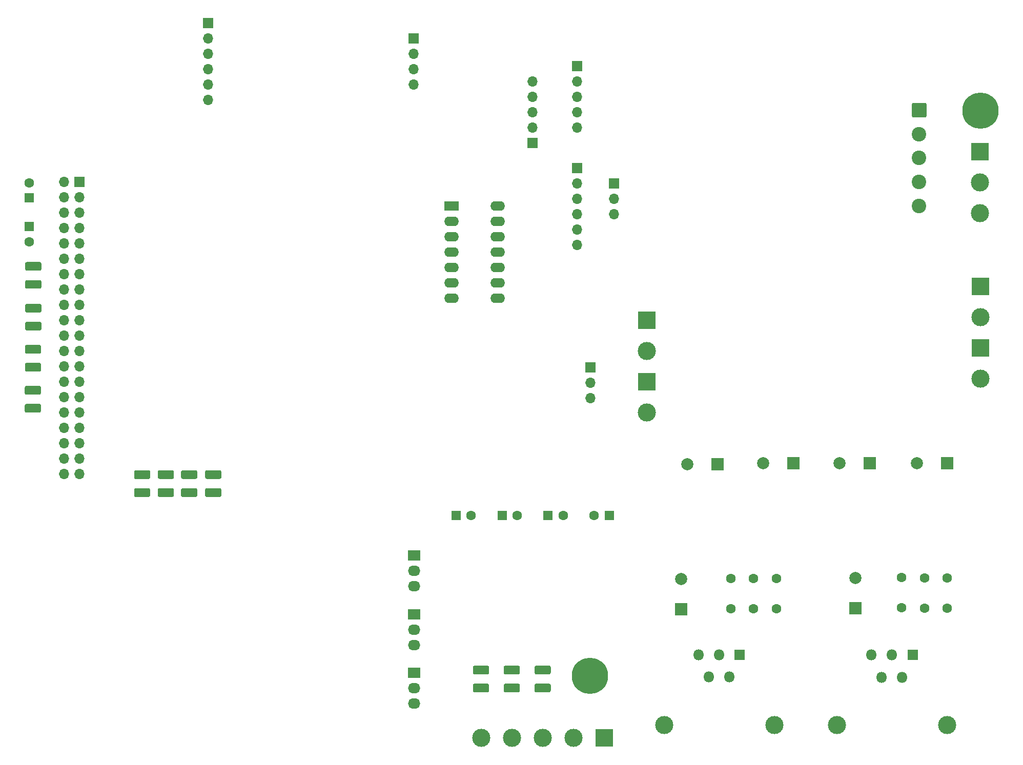
<source format=gbs>
G04 #@! TF.GenerationSoftware,KiCad,Pcbnew,5.1.5+dfsg1-2build2*
G04 #@! TF.CreationDate,2020-11-12T16:29:49+01:00*
G04 #@! TF.ProjectId,motherboard,6d6f7468-6572-4626-9f61-72642e6b6963,v0.3*
G04 #@! TF.SameCoordinates,Original*
G04 #@! TF.FileFunction,Soldermask,Bot*
G04 #@! TF.FilePolarity,Negative*
%FSLAX46Y46*%
G04 Gerber Fmt 4.6, Leading zero omitted, Abs format (unit mm)*
G04 Created by KiCad (PCBNEW 5.1.5+dfsg1-2build2) date 2020-11-12 16:29:49*
%MOMM*%
%LPD*%
G04 APERTURE LIST*
%ADD10O,2.400000X1.600000*%
%ADD11R,2.400000X1.600000*%
%ADD12C,0.150000*%
%ADD13C,2.400000*%
%ADD14O,1.700000X1.700000*%
%ADD15R,1.700000X1.700000*%
%ADD16C,3.000000*%
%ADD17R,3.000000X3.000000*%
%ADD18O,2.030000X1.730000*%
%ADD19R,2.030000X1.730000*%
%ADD20C,5.999480*%
%ADD21C,1.600000*%
%ADD22R,1.600000X1.600000*%
%ADD23O,1.800000X1.800000*%
%ADD24R,1.800000X1.800000*%
%ADD25C,2.000000*%
%ADD26R,2.000000X2.000000*%
G04 APERTURE END LIST*
D10*
X105895000Y-59850000D03*
X98275000Y-75090000D03*
X105895000Y-62390000D03*
X98275000Y-72550000D03*
X105895000Y-64930000D03*
X98275000Y-70010000D03*
X105895000Y-67470000D03*
X98275000Y-67470000D03*
X105895000Y-70010000D03*
X98275000Y-64930000D03*
X105895000Y-72550000D03*
X98275000Y-62390000D03*
X105895000Y-75090000D03*
D11*
X98275000Y-59850000D03*
D12*
G36*
X176474504Y-42801204D02*
G01*
X176498773Y-42804804D01*
X176522571Y-42810765D01*
X176545671Y-42819030D01*
X176567849Y-42829520D01*
X176588893Y-42842133D01*
X176608598Y-42856747D01*
X176626777Y-42873223D01*
X176643253Y-42891402D01*
X176657867Y-42911107D01*
X176670480Y-42932151D01*
X176680970Y-42954329D01*
X176689235Y-42977429D01*
X176695196Y-43001227D01*
X176698796Y-43025496D01*
X176700000Y-43050000D01*
X176700000Y-44950000D01*
X176698796Y-44974504D01*
X176695196Y-44998773D01*
X176689235Y-45022571D01*
X176680970Y-45045671D01*
X176670480Y-45067849D01*
X176657867Y-45088893D01*
X176643253Y-45108598D01*
X176626777Y-45126777D01*
X176608598Y-45143253D01*
X176588893Y-45157867D01*
X176567849Y-45170480D01*
X176545671Y-45180970D01*
X176522571Y-45189235D01*
X176498773Y-45195196D01*
X176474504Y-45198796D01*
X176450000Y-45200000D01*
X174550000Y-45200000D01*
X174525496Y-45198796D01*
X174501227Y-45195196D01*
X174477429Y-45189235D01*
X174454329Y-45180970D01*
X174432151Y-45170480D01*
X174411107Y-45157867D01*
X174391402Y-45143253D01*
X174373223Y-45126777D01*
X174356747Y-45108598D01*
X174342133Y-45088893D01*
X174329520Y-45067849D01*
X174319030Y-45045671D01*
X174310765Y-45022571D01*
X174304804Y-44998773D01*
X174301204Y-44974504D01*
X174300000Y-44950000D01*
X174300000Y-43050000D01*
X174301204Y-43025496D01*
X174304804Y-43001227D01*
X174310765Y-42977429D01*
X174319030Y-42954329D01*
X174329520Y-42932151D01*
X174342133Y-42911107D01*
X174356747Y-42891402D01*
X174373223Y-42873223D01*
X174391402Y-42856747D01*
X174411107Y-42842133D01*
X174432151Y-42829520D01*
X174454329Y-42819030D01*
X174477429Y-42810765D01*
X174501227Y-42804804D01*
X174525496Y-42801204D01*
X174550000Y-42800000D01*
X176450000Y-42800000D01*
X176474504Y-42801204D01*
G37*
D13*
X175500000Y-47960000D03*
X175500000Y-51920000D03*
X175500000Y-55880000D03*
X175500000Y-59840000D03*
D14*
X111650000Y-39290000D03*
X111650000Y-41830000D03*
X111650000Y-44370000D03*
X111650000Y-46910000D03*
D15*
X111650000Y-49450000D03*
D16*
X180108000Y-145598000D03*
X161908000Y-145598000D03*
X151554000Y-145574000D03*
X133354000Y-145574000D03*
D12*
G36*
X59974504Y-106476204D02*
G01*
X59998773Y-106479804D01*
X60022571Y-106485765D01*
X60045671Y-106494030D01*
X60067849Y-106504520D01*
X60088893Y-106517133D01*
X60108598Y-106531747D01*
X60126777Y-106548223D01*
X60143253Y-106566402D01*
X60157867Y-106586107D01*
X60170480Y-106607151D01*
X60180970Y-106629329D01*
X60189235Y-106652429D01*
X60195196Y-106676227D01*
X60198796Y-106700496D01*
X60200000Y-106725000D01*
X60200000Y-107650000D01*
X60198796Y-107674504D01*
X60195196Y-107698773D01*
X60189235Y-107722571D01*
X60180970Y-107745671D01*
X60170480Y-107767849D01*
X60157867Y-107788893D01*
X60143253Y-107808598D01*
X60126777Y-107826777D01*
X60108598Y-107843253D01*
X60088893Y-107857867D01*
X60067849Y-107870480D01*
X60045671Y-107880970D01*
X60022571Y-107889235D01*
X59998773Y-107895196D01*
X59974504Y-107898796D01*
X59950000Y-107900000D01*
X57800000Y-107900000D01*
X57775496Y-107898796D01*
X57751227Y-107895196D01*
X57727429Y-107889235D01*
X57704329Y-107880970D01*
X57682151Y-107870480D01*
X57661107Y-107857867D01*
X57641402Y-107843253D01*
X57623223Y-107826777D01*
X57606747Y-107808598D01*
X57592133Y-107788893D01*
X57579520Y-107767849D01*
X57569030Y-107745671D01*
X57560765Y-107722571D01*
X57554804Y-107698773D01*
X57551204Y-107674504D01*
X57550000Y-107650000D01*
X57550000Y-106725000D01*
X57551204Y-106700496D01*
X57554804Y-106676227D01*
X57560765Y-106652429D01*
X57569030Y-106629329D01*
X57579520Y-106607151D01*
X57592133Y-106586107D01*
X57606747Y-106566402D01*
X57623223Y-106548223D01*
X57641402Y-106531747D01*
X57661107Y-106517133D01*
X57682151Y-106504520D01*
X57704329Y-106494030D01*
X57727429Y-106485765D01*
X57751227Y-106479804D01*
X57775496Y-106476204D01*
X57800000Y-106475000D01*
X59950000Y-106475000D01*
X59974504Y-106476204D01*
G37*
G36*
X59974504Y-103501204D02*
G01*
X59998773Y-103504804D01*
X60022571Y-103510765D01*
X60045671Y-103519030D01*
X60067849Y-103529520D01*
X60088893Y-103542133D01*
X60108598Y-103556747D01*
X60126777Y-103573223D01*
X60143253Y-103591402D01*
X60157867Y-103611107D01*
X60170480Y-103632151D01*
X60180970Y-103654329D01*
X60189235Y-103677429D01*
X60195196Y-103701227D01*
X60198796Y-103725496D01*
X60200000Y-103750000D01*
X60200000Y-104675000D01*
X60198796Y-104699504D01*
X60195196Y-104723773D01*
X60189235Y-104747571D01*
X60180970Y-104770671D01*
X60170480Y-104792849D01*
X60157867Y-104813893D01*
X60143253Y-104833598D01*
X60126777Y-104851777D01*
X60108598Y-104868253D01*
X60088893Y-104882867D01*
X60067849Y-104895480D01*
X60045671Y-104905970D01*
X60022571Y-104914235D01*
X59998773Y-104920196D01*
X59974504Y-104923796D01*
X59950000Y-104925000D01*
X57800000Y-104925000D01*
X57775496Y-104923796D01*
X57751227Y-104920196D01*
X57727429Y-104914235D01*
X57704329Y-104905970D01*
X57682151Y-104895480D01*
X57661107Y-104882867D01*
X57641402Y-104868253D01*
X57623223Y-104851777D01*
X57606747Y-104833598D01*
X57592133Y-104813893D01*
X57579520Y-104792849D01*
X57569030Y-104770671D01*
X57560765Y-104747571D01*
X57554804Y-104723773D01*
X57551204Y-104699504D01*
X57550000Y-104675000D01*
X57550000Y-103750000D01*
X57551204Y-103725496D01*
X57554804Y-103701227D01*
X57560765Y-103677429D01*
X57569030Y-103654329D01*
X57579520Y-103632151D01*
X57592133Y-103611107D01*
X57606747Y-103591402D01*
X57623223Y-103573223D01*
X57641402Y-103556747D01*
X57661107Y-103542133D01*
X57682151Y-103529520D01*
X57704329Y-103519030D01*
X57727429Y-103510765D01*
X57751227Y-103504804D01*
X57775496Y-103501204D01*
X57800000Y-103500000D01*
X59950000Y-103500000D01*
X59974504Y-103501204D01*
G37*
G36*
X48224504Y-106488704D02*
G01*
X48248773Y-106492304D01*
X48272571Y-106498265D01*
X48295671Y-106506530D01*
X48317849Y-106517020D01*
X48338893Y-106529633D01*
X48358598Y-106544247D01*
X48376777Y-106560723D01*
X48393253Y-106578902D01*
X48407867Y-106598607D01*
X48420480Y-106619651D01*
X48430970Y-106641829D01*
X48439235Y-106664929D01*
X48445196Y-106688727D01*
X48448796Y-106712996D01*
X48450000Y-106737500D01*
X48450000Y-107662500D01*
X48448796Y-107687004D01*
X48445196Y-107711273D01*
X48439235Y-107735071D01*
X48430970Y-107758171D01*
X48420480Y-107780349D01*
X48407867Y-107801393D01*
X48393253Y-107821098D01*
X48376777Y-107839277D01*
X48358598Y-107855753D01*
X48338893Y-107870367D01*
X48317849Y-107882980D01*
X48295671Y-107893470D01*
X48272571Y-107901735D01*
X48248773Y-107907696D01*
X48224504Y-107911296D01*
X48200000Y-107912500D01*
X46050000Y-107912500D01*
X46025496Y-107911296D01*
X46001227Y-107907696D01*
X45977429Y-107901735D01*
X45954329Y-107893470D01*
X45932151Y-107882980D01*
X45911107Y-107870367D01*
X45891402Y-107855753D01*
X45873223Y-107839277D01*
X45856747Y-107821098D01*
X45842133Y-107801393D01*
X45829520Y-107780349D01*
X45819030Y-107758171D01*
X45810765Y-107735071D01*
X45804804Y-107711273D01*
X45801204Y-107687004D01*
X45800000Y-107662500D01*
X45800000Y-106737500D01*
X45801204Y-106712996D01*
X45804804Y-106688727D01*
X45810765Y-106664929D01*
X45819030Y-106641829D01*
X45829520Y-106619651D01*
X45842133Y-106598607D01*
X45856747Y-106578902D01*
X45873223Y-106560723D01*
X45891402Y-106544247D01*
X45911107Y-106529633D01*
X45932151Y-106517020D01*
X45954329Y-106506530D01*
X45977429Y-106498265D01*
X46001227Y-106492304D01*
X46025496Y-106488704D01*
X46050000Y-106487500D01*
X48200000Y-106487500D01*
X48224504Y-106488704D01*
G37*
G36*
X48224504Y-103513704D02*
G01*
X48248773Y-103517304D01*
X48272571Y-103523265D01*
X48295671Y-103531530D01*
X48317849Y-103542020D01*
X48338893Y-103554633D01*
X48358598Y-103569247D01*
X48376777Y-103585723D01*
X48393253Y-103603902D01*
X48407867Y-103623607D01*
X48420480Y-103644651D01*
X48430970Y-103666829D01*
X48439235Y-103689929D01*
X48445196Y-103713727D01*
X48448796Y-103737996D01*
X48450000Y-103762500D01*
X48450000Y-104687500D01*
X48448796Y-104712004D01*
X48445196Y-104736273D01*
X48439235Y-104760071D01*
X48430970Y-104783171D01*
X48420480Y-104805349D01*
X48407867Y-104826393D01*
X48393253Y-104846098D01*
X48376777Y-104864277D01*
X48358598Y-104880753D01*
X48338893Y-104895367D01*
X48317849Y-104907980D01*
X48295671Y-104918470D01*
X48272571Y-104926735D01*
X48248773Y-104932696D01*
X48224504Y-104936296D01*
X48200000Y-104937500D01*
X46050000Y-104937500D01*
X46025496Y-104936296D01*
X46001227Y-104932696D01*
X45977429Y-104926735D01*
X45954329Y-104918470D01*
X45932151Y-104907980D01*
X45911107Y-104895367D01*
X45891402Y-104880753D01*
X45873223Y-104864277D01*
X45856747Y-104846098D01*
X45842133Y-104826393D01*
X45829520Y-104805349D01*
X45819030Y-104783171D01*
X45810765Y-104760071D01*
X45804804Y-104736273D01*
X45801204Y-104712004D01*
X45800000Y-104687500D01*
X45800000Y-103762500D01*
X45801204Y-103737996D01*
X45804804Y-103713727D01*
X45810765Y-103689929D01*
X45819030Y-103666829D01*
X45829520Y-103644651D01*
X45842133Y-103623607D01*
X45856747Y-103603902D01*
X45873223Y-103585723D01*
X45891402Y-103569247D01*
X45911107Y-103554633D01*
X45932151Y-103542020D01*
X45954329Y-103531530D01*
X45977429Y-103523265D01*
X46001227Y-103517304D01*
X46025496Y-103513704D01*
X46050000Y-103512500D01*
X48200000Y-103512500D01*
X48224504Y-103513704D01*
G37*
G36*
X55999504Y-106476204D02*
G01*
X56023773Y-106479804D01*
X56047571Y-106485765D01*
X56070671Y-106494030D01*
X56092849Y-106504520D01*
X56113893Y-106517133D01*
X56133598Y-106531747D01*
X56151777Y-106548223D01*
X56168253Y-106566402D01*
X56182867Y-106586107D01*
X56195480Y-106607151D01*
X56205970Y-106629329D01*
X56214235Y-106652429D01*
X56220196Y-106676227D01*
X56223796Y-106700496D01*
X56225000Y-106725000D01*
X56225000Y-107650000D01*
X56223796Y-107674504D01*
X56220196Y-107698773D01*
X56214235Y-107722571D01*
X56205970Y-107745671D01*
X56195480Y-107767849D01*
X56182867Y-107788893D01*
X56168253Y-107808598D01*
X56151777Y-107826777D01*
X56133598Y-107843253D01*
X56113893Y-107857867D01*
X56092849Y-107870480D01*
X56070671Y-107880970D01*
X56047571Y-107889235D01*
X56023773Y-107895196D01*
X55999504Y-107898796D01*
X55975000Y-107900000D01*
X53825000Y-107900000D01*
X53800496Y-107898796D01*
X53776227Y-107895196D01*
X53752429Y-107889235D01*
X53729329Y-107880970D01*
X53707151Y-107870480D01*
X53686107Y-107857867D01*
X53666402Y-107843253D01*
X53648223Y-107826777D01*
X53631747Y-107808598D01*
X53617133Y-107788893D01*
X53604520Y-107767849D01*
X53594030Y-107745671D01*
X53585765Y-107722571D01*
X53579804Y-107698773D01*
X53576204Y-107674504D01*
X53575000Y-107650000D01*
X53575000Y-106725000D01*
X53576204Y-106700496D01*
X53579804Y-106676227D01*
X53585765Y-106652429D01*
X53594030Y-106629329D01*
X53604520Y-106607151D01*
X53617133Y-106586107D01*
X53631747Y-106566402D01*
X53648223Y-106548223D01*
X53666402Y-106531747D01*
X53686107Y-106517133D01*
X53707151Y-106504520D01*
X53729329Y-106494030D01*
X53752429Y-106485765D01*
X53776227Y-106479804D01*
X53800496Y-106476204D01*
X53825000Y-106475000D01*
X55975000Y-106475000D01*
X55999504Y-106476204D01*
G37*
G36*
X55999504Y-103501204D02*
G01*
X56023773Y-103504804D01*
X56047571Y-103510765D01*
X56070671Y-103519030D01*
X56092849Y-103529520D01*
X56113893Y-103542133D01*
X56133598Y-103556747D01*
X56151777Y-103573223D01*
X56168253Y-103591402D01*
X56182867Y-103611107D01*
X56195480Y-103632151D01*
X56205970Y-103654329D01*
X56214235Y-103677429D01*
X56220196Y-103701227D01*
X56223796Y-103725496D01*
X56225000Y-103750000D01*
X56225000Y-104675000D01*
X56223796Y-104699504D01*
X56220196Y-104723773D01*
X56214235Y-104747571D01*
X56205970Y-104770671D01*
X56195480Y-104792849D01*
X56182867Y-104813893D01*
X56168253Y-104833598D01*
X56151777Y-104851777D01*
X56133598Y-104868253D01*
X56113893Y-104882867D01*
X56092849Y-104895480D01*
X56070671Y-104905970D01*
X56047571Y-104914235D01*
X56023773Y-104920196D01*
X55999504Y-104923796D01*
X55975000Y-104925000D01*
X53825000Y-104925000D01*
X53800496Y-104923796D01*
X53776227Y-104920196D01*
X53752429Y-104914235D01*
X53729329Y-104905970D01*
X53707151Y-104895480D01*
X53686107Y-104882867D01*
X53666402Y-104868253D01*
X53648223Y-104851777D01*
X53631747Y-104833598D01*
X53617133Y-104813893D01*
X53604520Y-104792849D01*
X53594030Y-104770671D01*
X53585765Y-104747571D01*
X53579804Y-104723773D01*
X53576204Y-104699504D01*
X53575000Y-104675000D01*
X53575000Y-103750000D01*
X53576204Y-103725496D01*
X53579804Y-103701227D01*
X53585765Y-103677429D01*
X53594030Y-103654329D01*
X53604520Y-103632151D01*
X53617133Y-103611107D01*
X53631747Y-103591402D01*
X53648223Y-103573223D01*
X53666402Y-103556747D01*
X53686107Y-103542133D01*
X53707151Y-103529520D01*
X53729329Y-103519030D01*
X53752429Y-103510765D01*
X53776227Y-103504804D01*
X53800496Y-103501204D01*
X53825000Y-103500000D01*
X55975000Y-103500000D01*
X55999504Y-103501204D01*
G37*
G36*
X52149504Y-106476204D02*
G01*
X52173773Y-106479804D01*
X52197571Y-106485765D01*
X52220671Y-106494030D01*
X52242849Y-106504520D01*
X52263893Y-106517133D01*
X52283598Y-106531747D01*
X52301777Y-106548223D01*
X52318253Y-106566402D01*
X52332867Y-106586107D01*
X52345480Y-106607151D01*
X52355970Y-106629329D01*
X52364235Y-106652429D01*
X52370196Y-106676227D01*
X52373796Y-106700496D01*
X52375000Y-106725000D01*
X52375000Y-107650000D01*
X52373796Y-107674504D01*
X52370196Y-107698773D01*
X52364235Y-107722571D01*
X52355970Y-107745671D01*
X52345480Y-107767849D01*
X52332867Y-107788893D01*
X52318253Y-107808598D01*
X52301777Y-107826777D01*
X52283598Y-107843253D01*
X52263893Y-107857867D01*
X52242849Y-107870480D01*
X52220671Y-107880970D01*
X52197571Y-107889235D01*
X52173773Y-107895196D01*
X52149504Y-107898796D01*
X52125000Y-107900000D01*
X49975000Y-107900000D01*
X49950496Y-107898796D01*
X49926227Y-107895196D01*
X49902429Y-107889235D01*
X49879329Y-107880970D01*
X49857151Y-107870480D01*
X49836107Y-107857867D01*
X49816402Y-107843253D01*
X49798223Y-107826777D01*
X49781747Y-107808598D01*
X49767133Y-107788893D01*
X49754520Y-107767849D01*
X49744030Y-107745671D01*
X49735765Y-107722571D01*
X49729804Y-107698773D01*
X49726204Y-107674504D01*
X49725000Y-107650000D01*
X49725000Y-106725000D01*
X49726204Y-106700496D01*
X49729804Y-106676227D01*
X49735765Y-106652429D01*
X49744030Y-106629329D01*
X49754520Y-106607151D01*
X49767133Y-106586107D01*
X49781747Y-106566402D01*
X49798223Y-106548223D01*
X49816402Y-106531747D01*
X49836107Y-106517133D01*
X49857151Y-106504520D01*
X49879329Y-106494030D01*
X49902429Y-106485765D01*
X49926227Y-106479804D01*
X49950496Y-106476204D01*
X49975000Y-106475000D01*
X52125000Y-106475000D01*
X52149504Y-106476204D01*
G37*
G36*
X52149504Y-103501204D02*
G01*
X52173773Y-103504804D01*
X52197571Y-103510765D01*
X52220671Y-103519030D01*
X52242849Y-103529520D01*
X52263893Y-103542133D01*
X52283598Y-103556747D01*
X52301777Y-103573223D01*
X52318253Y-103591402D01*
X52332867Y-103611107D01*
X52345480Y-103632151D01*
X52355970Y-103654329D01*
X52364235Y-103677429D01*
X52370196Y-103701227D01*
X52373796Y-103725496D01*
X52375000Y-103750000D01*
X52375000Y-104675000D01*
X52373796Y-104699504D01*
X52370196Y-104723773D01*
X52364235Y-104747571D01*
X52355970Y-104770671D01*
X52345480Y-104792849D01*
X52332867Y-104813893D01*
X52318253Y-104833598D01*
X52301777Y-104851777D01*
X52283598Y-104868253D01*
X52263893Y-104882867D01*
X52242849Y-104895480D01*
X52220671Y-104905970D01*
X52197571Y-104914235D01*
X52173773Y-104920196D01*
X52149504Y-104923796D01*
X52125000Y-104925000D01*
X49975000Y-104925000D01*
X49950496Y-104923796D01*
X49926227Y-104920196D01*
X49902429Y-104914235D01*
X49879329Y-104905970D01*
X49857151Y-104895480D01*
X49836107Y-104882867D01*
X49816402Y-104868253D01*
X49798223Y-104851777D01*
X49781747Y-104833598D01*
X49767133Y-104813893D01*
X49754520Y-104792849D01*
X49744030Y-104770671D01*
X49735765Y-104747571D01*
X49729804Y-104723773D01*
X49726204Y-104699504D01*
X49725000Y-104675000D01*
X49725000Y-103750000D01*
X49726204Y-103725496D01*
X49729804Y-103701227D01*
X49735765Y-103677429D01*
X49744030Y-103654329D01*
X49754520Y-103632151D01*
X49767133Y-103611107D01*
X49781747Y-103591402D01*
X49798223Y-103573223D01*
X49816402Y-103556747D01*
X49836107Y-103542133D01*
X49857151Y-103529520D01*
X49879329Y-103519030D01*
X49902429Y-103510765D01*
X49926227Y-103504804D01*
X49950496Y-103501204D01*
X49975000Y-103500000D01*
X52125000Y-103500000D01*
X52149504Y-103501204D01*
G37*
D16*
X185600000Y-88350000D03*
D17*
X185600000Y-83270000D03*
D18*
X92100000Y-122680000D03*
X92100000Y-120140000D03*
D19*
X92100000Y-117600000D03*
D20*
X121100000Y-137500000D03*
X185625000Y-44050000D03*
D14*
X125075000Y-61155000D03*
X125075000Y-58615000D03*
D15*
X125075000Y-56075000D03*
D12*
G36*
X30199504Y-85776204D02*
G01*
X30223773Y-85779804D01*
X30247571Y-85785765D01*
X30270671Y-85794030D01*
X30292849Y-85804520D01*
X30313893Y-85817133D01*
X30333598Y-85831747D01*
X30351777Y-85848223D01*
X30368253Y-85866402D01*
X30382867Y-85886107D01*
X30395480Y-85907151D01*
X30405970Y-85929329D01*
X30414235Y-85952429D01*
X30420196Y-85976227D01*
X30423796Y-86000496D01*
X30425000Y-86025000D01*
X30425000Y-86950000D01*
X30423796Y-86974504D01*
X30420196Y-86998773D01*
X30414235Y-87022571D01*
X30405970Y-87045671D01*
X30395480Y-87067849D01*
X30382867Y-87088893D01*
X30368253Y-87108598D01*
X30351777Y-87126777D01*
X30333598Y-87143253D01*
X30313893Y-87157867D01*
X30292849Y-87170480D01*
X30270671Y-87180970D01*
X30247571Y-87189235D01*
X30223773Y-87195196D01*
X30199504Y-87198796D01*
X30175000Y-87200000D01*
X28025000Y-87200000D01*
X28000496Y-87198796D01*
X27976227Y-87195196D01*
X27952429Y-87189235D01*
X27929329Y-87180970D01*
X27907151Y-87170480D01*
X27886107Y-87157867D01*
X27866402Y-87143253D01*
X27848223Y-87126777D01*
X27831747Y-87108598D01*
X27817133Y-87088893D01*
X27804520Y-87067849D01*
X27794030Y-87045671D01*
X27785765Y-87022571D01*
X27779804Y-86998773D01*
X27776204Y-86974504D01*
X27775000Y-86950000D01*
X27775000Y-86025000D01*
X27776204Y-86000496D01*
X27779804Y-85976227D01*
X27785765Y-85952429D01*
X27794030Y-85929329D01*
X27804520Y-85907151D01*
X27817133Y-85886107D01*
X27831747Y-85866402D01*
X27848223Y-85848223D01*
X27866402Y-85831747D01*
X27886107Y-85817133D01*
X27907151Y-85804520D01*
X27929329Y-85794030D01*
X27952429Y-85785765D01*
X27976227Y-85779804D01*
X28000496Y-85776204D01*
X28025000Y-85775000D01*
X30175000Y-85775000D01*
X30199504Y-85776204D01*
G37*
G36*
X30199504Y-82801204D02*
G01*
X30223773Y-82804804D01*
X30247571Y-82810765D01*
X30270671Y-82819030D01*
X30292849Y-82829520D01*
X30313893Y-82842133D01*
X30333598Y-82856747D01*
X30351777Y-82873223D01*
X30368253Y-82891402D01*
X30382867Y-82911107D01*
X30395480Y-82932151D01*
X30405970Y-82954329D01*
X30414235Y-82977429D01*
X30420196Y-83001227D01*
X30423796Y-83025496D01*
X30425000Y-83050000D01*
X30425000Y-83975000D01*
X30423796Y-83999504D01*
X30420196Y-84023773D01*
X30414235Y-84047571D01*
X30405970Y-84070671D01*
X30395480Y-84092849D01*
X30382867Y-84113893D01*
X30368253Y-84133598D01*
X30351777Y-84151777D01*
X30333598Y-84168253D01*
X30313893Y-84182867D01*
X30292849Y-84195480D01*
X30270671Y-84205970D01*
X30247571Y-84214235D01*
X30223773Y-84220196D01*
X30199504Y-84223796D01*
X30175000Y-84225000D01*
X28025000Y-84225000D01*
X28000496Y-84223796D01*
X27976227Y-84220196D01*
X27952429Y-84214235D01*
X27929329Y-84205970D01*
X27907151Y-84195480D01*
X27886107Y-84182867D01*
X27866402Y-84168253D01*
X27848223Y-84151777D01*
X27831747Y-84133598D01*
X27817133Y-84113893D01*
X27804520Y-84092849D01*
X27794030Y-84070671D01*
X27785765Y-84047571D01*
X27779804Y-84023773D01*
X27776204Y-83999504D01*
X27775000Y-83975000D01*
X27775000Y-83050000D01*
X27776204Y-83025496D01*
X27779804Y-83001227D01*
X27785765Y-82977429D01*
X27794030Y-82954329D01*
X27804520Y-82932151D01*
X27817133Y-82911107D01*
X27831747Y-82891402D01*
X27848223Y-82873223D01*
X27866402Y-82856747D01*
X27886107Y-82842133D01*
X27907151Y-82829520D01*
X27929329Y-82819030D01*
X27952429Y-82810765D01*
X27976227Y-82804804D01*
X28000496Y-82801204D01*
X28025000Y-82800000D01*
X30175000Y-82800000D01*
X30199504Y-82801204D01*
G37*
G36*
X30249504Y-78976204D02*
G01*
X30273773Y-78979804D01*
X30297571Y-78985765D01*
X30320671Y-78994030D01*
X30342849Y-79004520D01*
X30363893Y-79017133D01*
X30383598Y-79031747D01*
X30401777Y-79048223D01*
X30418253Y-79066402D01*
X30432867Y-79086107D01*
X30445480Y-79107151D01*
X30455970Y-79129329D01*
X30464235Y-79152429D01*
X30470196Y-79176227D01*
X30473796Y-79200496D01*
X30475000Y-79225000D01*
X30475000Y-80150000D01*
X30473796Y-80174504D01*
X30470196Y-80198773D01*
X30464235Y-80222571D01*
X30455970Y-80245671D01*
X30445480Y-80267849D01*
X30432867Y-80288893D01*
X30418253Y-80308598D01*
X30401777Y-80326777D01*
X30383598Y-80343253D01*
X30363893Y-80357867D01*
X30342849Y-80370480D01*
X30320671Y-80380970D01*
X30297571Y-80389235D01*
X30273773Y-80395196D01*
X30249504Y-80398796D01*
X30225000Y-80400000D01*
X28075000Y-80400000D01*
X28050496Y-80398796D01*
X28026227Y-80395196D01*
X28002429Y-80389235D01*
X27979329Y-80380970D01*
X27957151Y-80370480D01*
X27936107Y-80357867D01*
X27916402Y-80343253D01*
X27898223Y-80326777D01*
X27881747Y-80308598D01*
X27867133Y-80288893D01*
X27854520Y-80267849D01*
X27844030Y-80245671D01*
X27835765Y-80222571D01*
X27829804Y-80198773D01*
X27826204Y-80174504D01*
X27825000Y-80150000D01*
X27825000Y-79225000D01*
X27826204Y-79200496D01*
X27829804Y-79176227D01*
X27835765Y-79152429D01*
X27844030Y-79129329D01*
X27854520Y-79107151D01*
X27867133Y-79086107D01*
X27881747Y-79066402D01*
X27898223Y-79048223D01*
X27916402Y-79031747D01*
X27936107Y-79017133D01*
X27957151Y-79004520D01*
X27979329Y-78994030D01*
X28002429Y-78985765D01*
X28026227Y-78979804D01*
X28050496Y-78976204D01*
X28075000Y-78975000D01*
X30225000Y-78975000D01*
X30249504Y-78976204D01*
G37*
G36*
X30249504Y-76001204D02*
G01*
X30273773Y-76004804D01*
X30297571Y-76010765D01*
X30320671Y-76019030D01*
X30342849Y-76029520D01*
X30363893Y-76042133D01*
X30383598Y-76056747D01*
X30401777Y-76073223D01*
X30418253Y-76091402D01*
X30432867Y-76111107D01*
X30445480Y-76132151D01*
X30455970Y-76154329D01*
X30464235Y-76177429D01*
X30470196Y-76201227D01*
X30473796Y-76225496D01*
X30475000Y-76250000D01*
X30475000Y-77175000D01*
X30473796Y-77199504D01*
X30470196Y-77223773D01*
X30464235Y-77247571D01*
X30455970Y-77270671D01*
X30445480Y-77292849D01*
X30432867Y-77313893D01*
X30418253Y-77333598D01*
X30401777Y-77351777D01*
X30383598Y-77368253D01*
X30363893Y-77382867D01*
X30342849Y-77395480D01*
X30320671Y-77405970D01*
X30297571Y-77414235D01*
X30273773Y-77420196D01*
X30249504Y-77423796D01*
X30225000Y-77425000D01*
X28075000Y-77425000D01*
X28050496Y-77423796D01*
X28026227Y-77420196D01*
X28002429Y-77414235D01*
X27979329Y-77405970D01*
X27957151Y-77395480D01*
X27936107Y-77382867D01*
X27916402Y-77368253D01*
X27898223Y-77351777D01*
X27881747Y-77333598D01*
X27867133Y-77313893D01*
X27854520Y-77292849D01*
X27844030Y-77270671D01*
X27835765Y-77247571D01*
X27829804Y-77223773D01*
X27826204Y-77199504D01*
X27825000Y-77175000D01*
X27825000Y-76250000D01*
X27826204Y-76225496D01*
X27829804Y-76201227D01*
X27835765Y-76177429D01*
X27844030Y-76154329D01*
X27854520Y-76132151D01*
X27867133Y-76111107D01*
X27881747Y-76091402D01*
X27898223Y-76073223D01*
X27916402Y-76056747D01*
X27936107Y-76042133D01*
X27957151Y-76029520D01*
X27979329Y-76019030D01*
X28002429Y-76010765D01*
X28026227Y-76004804D01*
X28050496Y-76001204D01*
X28075000Y-76000000D01*
X30225000Y-76000000D01*
X30249504Y-76001204D01*
G37*
G36*
X30174504Y-92551204D02*
G01*
X30198773Y-92554804D01*
X30222571Y-92560765D01*
X30245671Y-92569030D01*
X30267849Y-92579520D01*
X30288893Y-92592133D01*
X30308598Y-92606747D01*
X30326777Y-92623223D01*
X30343253Y-92641402D01*
X30357867Y-92661107D01*
X30370480Y-92682151D01*
X30380970Y-92704329D01*
X30389235Y-92727429D01*
X30395196Y-92751227D01*
X30398796Y-92775496D01*
X30400000Y-92800000D01*
X30400000Y-93725000D01*
X30398796Y-93749504D01*
X30395196Y-93773773D01*
X30389235Y-93797571D01*
X30380970Y-93820671D01*
X30370480Y-93842849D01*
X30357867Y-93863893D01*
X30343253Y-93883598D01*
X30326777Y-93901777D01*
X30308598Y-93918253D01*
X30288893Y-93932867D01*
X30267849Y-93945480D01*
X30245671Y-93955970D01*
X30222571Y-93964235D01*
X30198773Y-93970196D01*
X30174504Y-93973796D01*
X30150000Y-93975000D01*
X28000000Y-93975000D01*
X27975496Y-93973796D01*
X27951227Y-93970196D01*
X27927429Y-93964235D01*
X27904329Y-93955970D01*
X27882151Y-93945480D01*
X27861107Y-93932867D01*
X27841402Y-93918253D01*
X27823223Y-93901777D01*
X27806747Y-93883598D01*
X27792133Y-93863893D01*
X27779520Y-93842849D01*
X27769030Y-93820671D01*
X27760765Y-93797571D01*
X27754804Y-93773773D01*
X27751204Y-93749504D01*
X27750000Y-93725000D01*
X27750000Y-92800000D01*
X27751204Y-92775496D01*
X27754804Y-92751227D01*
X27760765Y-92727429D01*
X27769030Y-92704329D01*
X27779520Y-92682151D01*
X27792133Y-92661107D01*
X27806747Y-92641402D01*
X27823223Y-92623223D01*
X27841402Y-92606747D01*
X27861107Y-92592133D01*
X27882151Y-92579520D01*
X27904329Y-92569030D01*
X27927429Y-92560765D01*
X27951227Y-92554804D01*
X27975496Y-92551204D01*
X28000000Y-92550000D01*
X30150000Y-92550000D01*
X30174504Y-92551204D01*
G37*
G36*
X30174504Y-89576204D02*
G01*
X30198773Y-89579804D01*
X30222571Y-89585765D01*
X30245671Y-89594030D01*
X30267849Y-89604520D01*
X30288893Y-89617133D01*
X30308598Y-89631747D01*
X30326777Y-89648223D01*
X30343253Y-89666402D01*
X30357867Y-89686107D01*
X30370480Y-89707151D01*
X30380970Y-89729329D01*
X30389235Y-89752429D01*
X30395196Y-89776227D01*
X30398796Y-89800496D01*
X30400000Y-89825000D01*
X30400000Y-90750000D01*
X30398796Y-90774504D01*
X30395196Y-90798773D01*
X30389235Y-90822571D01*
X30380970Y-90845671D01*
X30370480Y-90867849D01*
X30357867Y-90888893D01*
X30343253Y-90908598D01*
X30326777Y-90926777D01*
X30308598Y-90943253D01*
X30288893Y-90957867D01*
X30267849Y-90970480D01*
X30245671Y-90980970D01*
X30222571Y-90989235D01*
X30198773Y-90995196D01*
X30174504Y-90998796D01*
X30150000Y-91000000D01*
X28000000Y-91000000D01*
X27975496Y-90998796D01*
X27951227Y-90995196D01*
X27927429Y-90989235D01*
X27904329Y-90980970D01*
X27882151Y-90970480D01*
X27861107Y-90957867D01*
X27841402Y-90943253D01*
X27823223Y-90926777D01*
X27806747Y-90908598D01*
X27792133Y-90888893D01*
X27779520Y-90867849D01*
X27769030Y-90845671D01*
X27760765Y-90822571D01*
X27754804Y-90798773D01*
X27751204Y-90774504D01*
X27750000Y-90750000D01*
X27750000Y-89825000D01*
X27751204Y-89800496D01*
X27754804Y-89776227D01*
X27760765Y-89752429D01*
X27769030Y-89729329D01*
X27779520Y-89707151D01*
X27792133Y-89686107D01*
X27806747Y-89666402D01*
X27823223Y-89648223D01*
X27841402Y-89631747D01*
X27861107Y-89617133D01*
X27882151Y-89604520D01*
X27904329Y-89594030D01*
X27927429Y-89585765D01*
X27951227Y-89579804D01*
X27975496Y-89576204D01*
X28000000Y-89575000D01*
X30150000Y-89575000D01*
X30174504Y-89576204D01*
G37*
G36*
X30249504Y-72076204D02*
G01*
X30273773Y-72079804D01*
X30297571Y-72085765D01*
X30320671Y-72094030D01*
X30342849Y-72104520D01*
X30363893Y-72117133D01*
X30383598Y-72131747D01*
X30401777Y-72148223D01*
X30418253Y-72166402D01*
X30432867Y-72186107D01*
X30445480Y-72207151D01*
X30455970Y-72229329D01*
X30464235Y-72252429D01*
X30470196Y-72276227D01*
X30473796Y-72300496D01*
X30475000Y-72325000D01*
X30475000Y-73250000D01*
X30473796Y-73274504D01*
X30470196Y-73298773D01*
X30464235Y-73322571D01*
X30455970Y-73345671D01*
X30445480Y-73367849D01*
X30432867Y-73388893D01*
X30418253Y-73408598D01*
X30401777Y-73426777D01*
X30383598Y-73443253D01*
X30363893Y-73457867D01*
X30342849Y-73470480D01*
X30320671Y-73480970D01*
X30297571Y-73489235D01*
X30273773Y-73495196D01*
X30249504Y-73498796D01*
X30225000Y-73500000D01*
X28075000Y-73500000D01*
X28050496Y-73498796D01*
X28026227Y-73495196D01*
X28002429Y-73489235D01*
X27979329Y-73480970D01*
X27957151Y-73470480D01*
X27936107Y-73457867D01*
X27916402Y-73443253D01*
X27898223Y-73426777D01*
X27881747Y-73408598D01*
X27867133Y-73388893D01*
X27854520Y-73367849D01*
X27844030Y-73345671D01*
X27835765Y-73322571D01*
X27829804Y-73298773D01*
X27826204Y-73274504D01*
X27825000Y-73250000D01*
X27825000Y-72325000D01*
X27826204Y-72300496D01*
X27829804Y-72276227D01*
X27835765Y-72252429D01*
X27844030Y-72229329D01*
X27854520Y-72207151D01*
X27867133Y-72186107D01*
X27881747Y-72166402D01*
X27898223Y-72148223D01*
X27916402Y-72131747D01*
X27936107Y-72117133D01*
X27957151Y-72104520D01*
X27979329Y-72094030D01*
X28002429Y-72085765D01*
X28026227Y-72079804D01*
X28050496Y-72076204D01*
X28075000Y-72075000D01*
X30225000Y-72075000D01*
X30249504Y-72076204D01*
G37*
G36*
X30249504Y-69101204D02*
G01*
X30273773Y-69104804D01*
X30297571Y-69110765D01*
X30320671Y-69119030D01*
X30342849Y-69129520D01*
X30363893Y-69142133D01*
X30383598Y-69156747D01*
X30401777Y-69173223D01*
X30418253Y-69191402D01*
X30432867Y-69211107D01*
X30445480Y-69232151D01*
X30455970Y-69254329D01*
X30464235Y-69277429D01*
X30470196Y-69301227D01*
X30473796Y-69325496D01*
X30475000Y-69350000D01*
X30475000Y-70275000D01*
X30473796Y-70299504D01*
X30470196Y-70323773D01*
X30464235Y-70347571D01*
X30455970Y-70370671D01*
X30445480Y-70392849D01*
X30432867Y-70413893D01*
X30418253Y-70433598D01*
X30401777Y-70451777D01*
X30383598Y-70468253D01*
X30363893Y-70482867D01*
X30342849Y-70495480D01*
X30320671Y-70505970D01*
X30297571Y-70514235D01*
X30273773Y-70520196D01*
X30249504Y-70523796D01*
X30225000Y-70525000D01*
X28075000Y-70525000D01*
X28050496Y-70523796D01*
X28026227Y-70520196D01*
X28002429Y-70514235D01*
X27979329Y-70505970D01*
X27957151Y-70495480D01*
X27936107Y-70482867D01*
X27916402Y-70468253D01*
X27898223Y-70451777D01*
X27881747Y-70433598D01*
X27867133Y-70413893D01*
X27854520Y-70392849D01*
X27844030Y-70370671D01*
X27835765Y-70347571D01*
X27829804Y-70323773D01*
X27826204Y-70299504D01*
X27825000Y-70275000D01*
X27825000Y-69350000D01*
X27826204Y-69325496D01*
X27829804Y-69301227D01*
X27835765Y-69277429D01*
X27844030Y-69254329D01*
X27854520Y-69232151D01*
X27867133Y-69211107D01*
X27881747Y-69191402D01*
X27898223Y-69173223D01*
X27916402Y-69156747D01*
X27936107Y-69142133D01*
X27957151Y-69129520D01*
X27979329Y-69119030D01*
X28002429Y-69110765D01*
X28026227Y-69104804D01*
X28050496Y-69101204D01*
X28075000Y-69100000D01*
X30225000Y-69100000D01*
X30249504Y-69101204D01*
G37*
D16*
X185600000Y-78205000D03*
D17*
X185600000Y-73125000D03*
D14*
X58000000Y-42350000D03*
X58000000Y-39810000D03*
X58000000Y-37270000D03*
X58000000Y-34730000D03*
X58000000Y-32190000D03*
D15*
X58000000Y-29650000D03*
D21*
X28500000Y-56000000D03*
D22*
X28500000Y-58500000D03*
D21*
X28500000Y-65750000D03*
D22*
X28500000Y-63250000D03*
D12*
G36*
X114399504Y-138776204D02*
G01*
X114423773Y-138779804D01*
X114447571Y-138785765D01*
X114470671Y-138794030D01*
X114492849Y-138804520D01*
X114513893Y-138817133D01*
X114533598Y-138831747D01*
X114551777Y-138848223D01*
X114568253Y-138866402D01*
X114582867Y-138886107D01*
X114595480Y-138907151D01*
X114605970Y-138929329D01*
X114614235Y-138952429D01*
X114620196Y-138976227D01*
X114623796Y-139000496D01*
X114625000Y-139025000D01*
X114625000Y-139950000D01*
X114623796Y-139974504D01*
X114620196Y-139998773D01*
X114614235Y-140022571D01*
X114605970Y-140045671D01*
X114595480Y-140067849D01*
X114582867Y-140088893D01*
X114568253Y-140108598D01*
X114551777Y-140126777D01*
X114533598Y-140143253D01*
X114513893Y-140157867D01*
X114492849Y-140170480D01*
X114470671Y-140180970D01*
X114447571Y-140189235D01*
X114423773Y-140195196D01*
X114399504Y-140198796D01*
X114375000Y-140200000D01*
X112225000Y-140200000D01*
X112200496Y-140198796D01*
X112176227Y-140195196D01*
X112152429Y-140189235D01*
X112129329Y-140180970D01*
X112107151Y-140170480D01*
X112086107Y-140157867D01*
X112066402Y-140143253D01*
X112048223Y-140126777D01*
X112031747Y-140108598D01*
X112017133Y-140088893D01*
X112004520Y-140067849D01*
X111994030Y-140045671D01*
X111985765Y-140022571D01*
X111979804Y-139998773D01*
X111976204Y-139974504D01*
X111975000Y-139950000D01*
X111975000Y-139025000D01*
X111976204Y-139000496D01*
X111979804Y-138976227D01*
X111985765Y-138952429D01*
X111994030Y-138929329D01*
X112004520Y-138907151D01*
X112017133Y-138886107D01*
X112031747Y-138866402D01*
X112048223Y-138848223D01*
X112066402Y-138831747D01*
X112086107Y-138817133D01*
X112107151Y-138804520D01*
X112129329Y-138794030D01*
X112152429Y-138785765D01*
X112176227Y-138779804D01*
X112200496Y-138776204D01*
X112225000Y-138775000D01*
X114375000Y-138775000D01*
X114399504Y-138776204D01*
G37*
G36*
X114399504Y-135801204D02*
G01*
X114423773Y-135804804D01*
X114447571Y-135810765D01*
X114470671Y-135819030D01*
X114492849Y-135829520D01*
X114513893Y-135842133D01*
X114533598Y-135856747D01*
X114551777Y-135873223D01*
X114568253Y-135891402D01*
X114582867Y-135911107D01*
X114595480Y-135932151D01*
X114605970Y-135954329D01*
X114614235Y-135977429D01*
X114620196Y-136001227D01*
X114623796Y-136025496D01*
X114625000Y-136050000D01*
X114625000Y-136975000D01*
X114623796Y-136999504D01*
X114620196Y-137023773D01*
X114614235Y-137047571D01*
X114605970Y-137070671D01*
X114595480Y-137092849D01*
X114582867Y-137113893D01*
X114568253Y-137133598D01*
X114551777Y-137151777D01*
X114533598Y-137168253D01*
X114513893Y-137182867D01*
X114492849Y-137195480D01*
X114470671Y-137205970D01*
X114447571Y-137214235D01*
X114423773Y-137220196D01*
X114399504Y-137223796D01*
X114375000Y-137225000D01*
X112225000Y-137225000D01*
X112200496Y-137223796D01*
X112176227Y-137220196D01*
X112152429Y-137214235D01*
X112129329Y-137205970D01*
X112107151Y-137195480D01*
X112086107Y-137182867D01*
X112066402Y-137168253D01*
X112048223Y-137151777D01*
X112031747Y-137133598D01*
X112017133Y-137113893D01*
X112004520Y-137092849D01*
X111994030Y-137070671D01*
X111985765Y-137047571D01*
X111979804Y-137023773D01*
X111976204Y-136999504D01*
X111975000Y-136975000D01*
X111975000Y-136050000D01*
X111976204Y-136025496D01*
X111979804Y-136001227D01*
X111985765Y-135977429D01*
X111994030Y-135954329D01*
X112004520Y-135932151D01*
X112017133Y-135911107D01*
X112031747Y-135891402D01*
X112048223Y-135873223D01*
X112066402Y-135856747D01*
X112086107Y-135842133D01*
X112107151Y-135829520D01*
X112129329Y-135819030D01*
X112152429Y-135810765D01*
X112176227Y-135804804D01*
X112200496Y-135801204D01*
X112225000Y-135800000D01*
X114375000Y-135800000D01*
X114399504Y-135801204D01*
G37*
G36*
X109299504Y-138776204D02*
G01*
X109323773Y-138779804D01*
X109347571Y-138785765D01*
X109370671Y-138794030D01*
X109392849Y-138804520D01*
X109413893Y-138817133D01*
X109433598Y-138831747D01*
X109451777Y-138848223D01*
X109468253Y-138866402D01*
X109482867Y-138886107D01*
X109495480Y-138907151D01*
X109505970Y-138929329D01*
X109514235Y-138952429D01*
X109520196Y-138976227D01*
X109523796Y-139000496D01*
X109525000Y-139025000D01*
X109525000Y-139950000D01*
X109523796Y-139974504D01*
X109520196Y-139998773D01*
X109514235Y-140022571D01*
X109505970Y-140045671D01*
X109495480Y-140067849D01*
X109482867Y-140088893D01*
X109468253Y-140108598D01*
X109451777Y-140126777D01*
X109433598Y-140143253D01*
X109413893Y-140157867D01*
X109392849Y-140170480D01*
X109370671Y-140180970D01*
X109347571Y-140189235D01*
X109323773Y-140195196D01*
X109299504Y-140198796D01*
X109275000Y-140200000D01*
X107125000Y-140200000D01*
X107100496Y-140198796D01*
X107076227Y-140195196D01*
X107052429Y-140189235D01*
X107029329Y-140180970D01*
X107007151Y-140170480D01*
X106986107Y-140157867D01*
X106966402Y-140143253D01*
X106948223Y-140126777D01*
X106931747Y-140108598D01*
X106917133Y-140088893D01*
X106904520Y-140067849D01*
X106894030Y-140045671D01*
X106885765Y-140022571D01*
X106879804Y-139998773D01*
X106876204Y-139974504D01*
X106875000Y-139950000D01*
X106875000Y-139025000D01*
X106876204Y-139000496D01*
X106879804Y-138976227D01*
X106885765Y-138952429D01*
X106894030Y-138929329D01*
X106904520Y-138907151D01*
X106917133Y-138886107D01*
X106931747Y-138866402D01*
X106948223Y-138848223D01*
X106966402Y-138831747D01*
X106986107Y-138817133D01*
X107007151Y-138804520D01*
X107029329Y-138794030D01*
X107052429Y-138785765D01*
X107076227Y-138779804D01*
X107100496Y-138776204D01*
X107125000Y-138775000D01*
X109275000Y-138775000D01*
X109299504Y-138776204D01*
G37*
G36*
X109299504Y-135801204D02*
G01*
X109323773Y-135804804D01*
X109347571Y-135810765D01*
X109370671Y-135819030D01*
X109392849Y-135829520D01*
X109413893Y-135842133D01*
X109433598Y-135856747D01*
X109451777Y-135873223D01*
X109468253Y-135891402D01*
X109482867Y-135911107D01*
X109495480Y-135932151D01*
X109505970Y-135954329D01*
X109514235Y-135977429D01*
X109520196Y-136001227D01*
X109523796Y-136025496D01*
X109525000Y-136050000D01*
X109525000Y-136975000D01*
X109523796Y-136999504D01*
X109520196Y-137023773D01*
X109514235Y-137047571D01*
X109505970Y-137070671D01*
X109495480Y-137092849D01*
X109482867Y-137113893D01*
X109468253Y-137133598D01*
X109451777Y-137151777D01*
X109433598Y-137168253D01*
X109413893Y-137182867D01*
X109392849Y-137195480D01*
X109370671Y-137205970D01*
X109347571Y-137214235D01*
X109323773Y-137220196D01*
X109299504Y-137223796D01*
X109275000Y-137225000D01*
X107125000Y-137225000D01*
X107100496Y-137223796D01*
X107076227Y-137220196D01*
X107052429Y-137214235D01*
X107029329Y-137205970D01*
X107007151Y-137195480D01*
X106986107Y-137182867D01*
X106966402Y-137168253D01*
X106948223Y-137151777D01*
X106931747Y-137133598D01*
X106917133Y-137113893D01*
X106904520Y-137092849D01*
X106894030Y-137070671D01*
X106885765Y-137047571D01*
X106879804Y-137023773D01*
X106876204Y-136999504D01*
X106875000Y-136975000D01*
X106875000Y-136050000D01*
X106876204Y-136025496D01*
X106879804Y-136001227D01*
X106885765Y-135977429D01*
X106894030Y-135954329D01*
X106904520Y-135932151D01*
X106917133Y-135911107D01*
X106931747Y-135891402D01*
X106948223Y-135873223D01*
X106966402Y-135856747D01*
X106986107Y-135842133D01*
X107007151Y-135829520D01*
X107029329Y-135819030D01*
X107052429Y-135810765D01*
X107076227Y-135804804D01*
X107100496Y-135801204D01*
X107125000Y-135800000D01*
X109275000Y-135800000D01*
X109299504Y-135801204D01*
G37*
G36*
X104199504Y-138776204D02*
G01*
X104223773Y-138779804D01*
X104247571Y-138785765D01*
X104270671Y-138794030D01*
X104292849Y-138804520D01*
X104313893Y-138817133D01*
X104333598Y-138831747D01*
X104351777Y-138848223D01*
X104368253Y-138866402D01*
X104382867Y-138886107D01*
X104395480Y-138907151D01*
X104405970Y-138929329D01*
X104414235Y-138952429D01*
X104420196Y-138976227D01*
X104423796Y-139000496D01*
X104425000Y-139025000D01*
X104425000Y-139950000D01*
X104423796Y-139974504D01*
X104420196Y-139998773D01*
X104414235Y-140022571D01*
X104405970Y-140045671D01*
X104395480Y-140067849D01*
X104382867Y-140088893D01*
X104368253Y-140108598D01*
X104351777Y-140126777D01*
X104333598Y-140143253D01*
X104313893Y-140157867D01*
X104292849Y-140170480D01*
X104270671Y-140180970D01*
X104247571Y-140189235D01*
X104223773Y-140195196D01*
X104199504Y-140198796D01*
X104175000Y-140200000D01*
X102025000Y-140200000D01*
X102000496Y-140198796D01*
X101976227Y-140195196D01*
X101952429Y-140189235D01*
X101929329Y-140180970D01*
X101907151Y-140170480D01*
X101886107Y-140157867D01*
X101866402Y-140143253D01*
X101848223Y-140126777D01*
X101831747Y-140108598D01*
X101817133Y-140088893D01*
X101804520Y-140067849D01*
X101794030Y-140045671D01*
X101785765Y-140022571D01*
X101779804Y-139998773D01*
X101776204Y-139974504D01*
X101775000Y-139950000D01*
X101775000Y-139025000D01*
X101776204Y-139000496D01*
X101779804Y-138976227D01*
X101785765Y-138952429D01*
X101794030Y-138929329D01*
X101804520Y-138907151D01*
X101817133Y-138886107D01*
X101831747Y-138866402D01*
X101848223Y-138848223D01*
X101866402Y-138831747D01*
X101886107Y-138817133D01*
X101907151Y-138804520D01*
X101929329Y-138794030D01*
X101952429Y-138785765D01*
X101976227Y-138779804D01*
X102000496Y-138776204D01*
X102025000Y-138775000D01*
X104175000Y-138775000D01*
X104199504Y-138776204D01*
G37*
G36*
X104199504Y-135801204D02*
G01*
X104223773Y-135804804D01*
X104247571Y-135810765D01*
X104270671Y-135819030D01*
X104292849Y-135829520D01*
X104313893Y-135842133D01*
X104333598Y-135856747D01*
X104351777Y-135873223D01*
X104368253Y-135891402D01*
X104382867Y-135911107D01*
X104395480Y-135932151D01*
X104405970Y-135954329D01*
X104414235Y-135977429D01*
X104420196Y-136001227D01*
X104423796Y-136025496D01*
X104425000Y-136050000D01*
X104425000Y-136975000D01*
X104423796Y-136999504D01*
X104420196Y-137023773D01*
X104414235Y-137047571D01*
X104405970Y-137070671D01*
X104395480Y-137092849D01*
X104382867Y-137113893D01*
X104368253Y-137133598D01*
X104351777Y-137151777D01*
X104333598Y-137168253D01*
X104313893Y-137182867D01*
X104292849Y-137195480D01*
X104270671Y-137205970D01*
X104247571Y-137214235D01*
X104223773Y-137220196D01*
X104199504Y-137223796D01*
X104175000Y-137225000D01*
X102025000Y-137225000D01*
X102000496Y-137223796D01*
X101976227Y-137220196D01*
X101952429Y-137214235D01*
X101929329Y-137205970D01*
X101907151Y-137195480D01*
X101886107Y-137182867D01*
X101866402Y-137168253D01*
X101848223Y-137151777D01*
X101831747Y-137133598D01*
X101817133Y-137113893D01*
X101804520Y-137092849D01*
X101794030Y-137070671D01*
X101785765Y-137047571D01*
X101779804Y-137023773D01*
X101776204Y-136999504D01*
X101775000Y-136975000D01*
X101775000Y-136050000D01*
X101776204Y-136025496D01*
X101779804Y-136001227D01*
X101785765Y-135977429D01*
X101794030Y-135954329D01*
X101804520Y-135932151D01*
X101817133Y-135911107D01*
X101831747Y-135891402D01*
X101848223Y-135873223D01*
X101866402Y-135856747D01*
X101886107Y-135842133D01*
X101907151Y-135829520D01*
X101929329Y-135819030D01*
X101952429Y-135810765D01*
X101976227Y-135804804D01*
X102000496Y-135801204D01*
X102025000Y-135800000D01*
X104175000Y-135800000D01*
X104199504Y-135801204D01*
G37*
D18*
X92100000Y-142080000D03*
X92100000Y-139540000D03*
D19*
X92100000Y-137000000D03*
D18*
X92100000Y-132380000D03*
X92100000Y-129840000D03*
D19*
X92100000Y-127300000D03*
D21*
X121800000Y-111000000D03*
D22*
X124300000Y-111000000D03*
D16*
X185575000Y-61010000D03*
X185575000Y-55930000D03*
D17*
X185575000Y-50850000D03*
D14*
X119000000Y-66250000D03*
X119000000Y-63710000D03*
X119000000Y-61170000D03*
X119000000Y-58630000D03*
X119000000Y-56090000D03*
D15*
X119000000Y-53550000D03*
D14*
X119000000Y-46910000D03*
X119000000Y-44370000D03*
X119000000Y-41830000D03*
X119000000Y-39290000D03*
D15*
X119000000Y-36750000D03*
D14*
X92000000Y-39795000D03*
X92000000Y-37255000D03*
X92000000Y-34715000D03*
D15*
X92000000Y-32175000D03*
D14*
X121200000Y-91580000D03*
X121200000Y-89040000D03*
D15*
X121200000Y-86500000D03*
D16*
X130500000Y-93980000D03*
D17*
X130500000Y-88900000D03*
D16*
X130500000Y-83780000D03*
D17*
X130500000Y-78700000D03*
D16*
X103180000Y-147700000D03*
X108260000Y-147700000D03*
D17*
X123500000Y-147700000D03*
D16*
X113340000Y-147700000D03*
X118420000Y-147700000D03*
D23*
X139046000Y-133976000D03*
X140746000Y-137676000D03*
X142446000Y-133976000D03*
X144146000Y-137676000D03*
D24*
X145846000Y-133976000D03*
D23*
X167600000Y-134000000D03*
X169300000Y-137700000D03*
X171000000Y-134000000D03*
X172700000Y-137700000D03*
D24*
X174400000Y-134000000D03*
D21*
X148150000Y-121350000D03*
X148150000Y-126350000D03*
X176350000Y-121300000D03*
X176350000Y-126300000D03*
D25*
X149750000Y-102300000D03*
D26*
X154750000Y-102300000D03*
D25*
X175150000Y-102300000D03*
D26*
X180150000Y-102300000D03*
D25*
X136150000Y-121450000D03*
D26*
X136150000Y-126450000D03*
D21*
X144350000Y-126350000D03*
X144350000Y-121350000D03*
D25*
X164950000Y-121300000D03*
D26*
X164950000Y-126300000D03*
D21*
X172550000Y-126250000D03*
X172550000Y-121250000D03*
D25*
X137150000Y-102500000D03*
D26*
X142150000Y-102500000D03*
D21*
X151950000Y-126350000D03*
X151950000Y-121350000D03*
D25*
X162350000Y-102300000D03*
D26*
X167350000Y-102300000D03*
D21*
X180150000Y-126275000D03*
X180150000Y-121275000D03*
X109100000Y-110947200D03*
D22*
X106600000Y-110947200D03*
D21*
X116700000Y-111000000D03*
D22*
X114200000Y-111000000D03*
D21*
X101500000Y-110947200D03*
D22*
X99000000Y-110947200D03*
D14*
X34235000Y-104135000D03*
X36775000Y-104135000D03*
X34235000Y-101595000D03*
X36775000Y-101595000D03*
X34235000Y-99055000D03*
X36775000Y-99055000D03*
X34235000Y-96515000D03*
X36775000Y-96515000D03*
X34235000Y-93975000D03*
X36775000Y-93975000D03*
X34235000Y-91435000D03*
X36775000Y-91435000D03*
X34235000Y-88895000D03*
X36775000Y-88895000D03*
X34235000Y-86355000D03*
X36775000Y-86355000D03*
X34235000Y-83815000D03*
X36775000Y-83815000D03*
X34235000Y-81275000D03*
X36775000Y-81275000D03*
X34235000Y-78735000D03*
X36775000Y-78735000D03*
X34235000Y-76195000D03*
X36775000Y-76195000D03*
X34235000Y-73655000D03*
X36775000Y-73655000D03*
X34235000Y-71115000D03*
X36775000Y-71115000D03*
X34235000Y-68575000D03*
X36775000Y-68575000D03*
X34235000Y-66035000D03*
X36775000Y-66035000D03*
X34235000Y-63495000D03*
X36775000Y-63495000D03*
X34235000Y-60955000D03*
X36775000Y-60955000D03*
X34235000Y-58415000D03*
X36775000Y-58415000D03*
X34235000Y-55875000D03*
D15*
X36775000Y-55875000D03*
M02*

</source>
